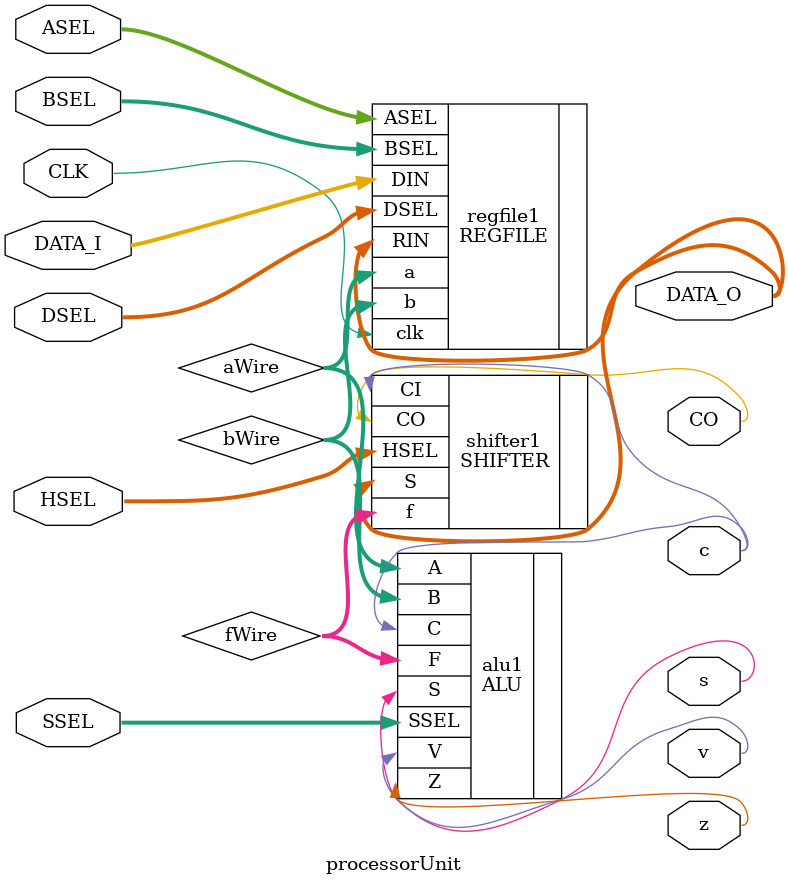
<source format=v>
/*File          : processorUnit.v 
--Group         : Group 8
--Programmers   : Mayur Hadole(7475783)

						
--Hardware used : Cyclone V (DE1 SoC)
--Software used : Quartus II 15 64 bit
--Description   : This program implements proccessor unit which consists of ALU, Shifter and REGFILE
--Version       : 1.0  (June 19  , 2017) processor unit and wires defined module defined 
						2.0  (June 20  , 2017) Instantiation 
-- code is working and is tested on board
*/

module processorUnit(CLK,DATA_I,ASEL,BSEL,DSEL,SSEL,HSEL,DATA_O,z,s,c,v,CO);  //Module names and I/o pins are declared

input CLK;   
input [7:0]DATA_I;                   // 8 bit input data

input [ 2:0]  ASEL;                 //Bus Selection (Input)
input [ 2:0]  BSEL;                 //Bus Selection (Input)
input [ 2:0]  DSEL;                 //Destination Select (Input)
input [ 3:0]  SSEL;                 // ALU operatipon Select (Input)
input [ 2:0]  HSEL;                 // Shifter Function Select (Input)

output [7:0]DATA_O;                 // 8 bit output data
output z,s,c,v;                     // ALU flags
output CO;                          // Carry out of shifter       


wire z,s,c,v; 
wire C0;
wire [7:0]DATA_I;
wire [7:0]DATA_O;


   wire [ 2:0]  ASEL;						//A Bus Selection wire
   wire [ 2:0]  BSEL;						//B Bus Selection wire
   wire [ 2:0]  DSEL;						//Destination Select wire
   wire [ 3:0]  SSEL;						// ALU operatipon Select wire
   wire [ 2:0]  HSEL;						// Shifter Function Select wire

	wire [7:0] aWire;                   // Wire for connecting A of ALU to the A of shifter
	wire [7:0] bWire;							// Wire for connecting B of ALU to the B of shifter
	wire [7:0] fWire;                   // Wire for connecting Output result F of ALU to the Input F of shifter
	wire [7:0] sWire;							// Wire for connecting Output result S of Shifter to the DatA_O of processor unit

REGFILE regfile1(.DSEL(DSEL),.ASEL(ASEL),.BSEL(BSEL),.DIN(DATA_I),.RIN(DATA_O),.a(aWire),.b(bWire),.clk(CLK));  // instantiation of Regfile
ALU alu1(.SSEL(SSEL),.A(aWire),.B(bWire),.F(fWire),.Z(z),.S(s),.C(c),.V(v));				// instantiation of ALU
SHIFTER shifter1(.f(fWire),.HSEL(HSEL),.CI(c),.S(DATA_O),.CO(CO));							// instantiation of Shifter

always @ (DATA_I)
begin

end

endmodule 
</source>
